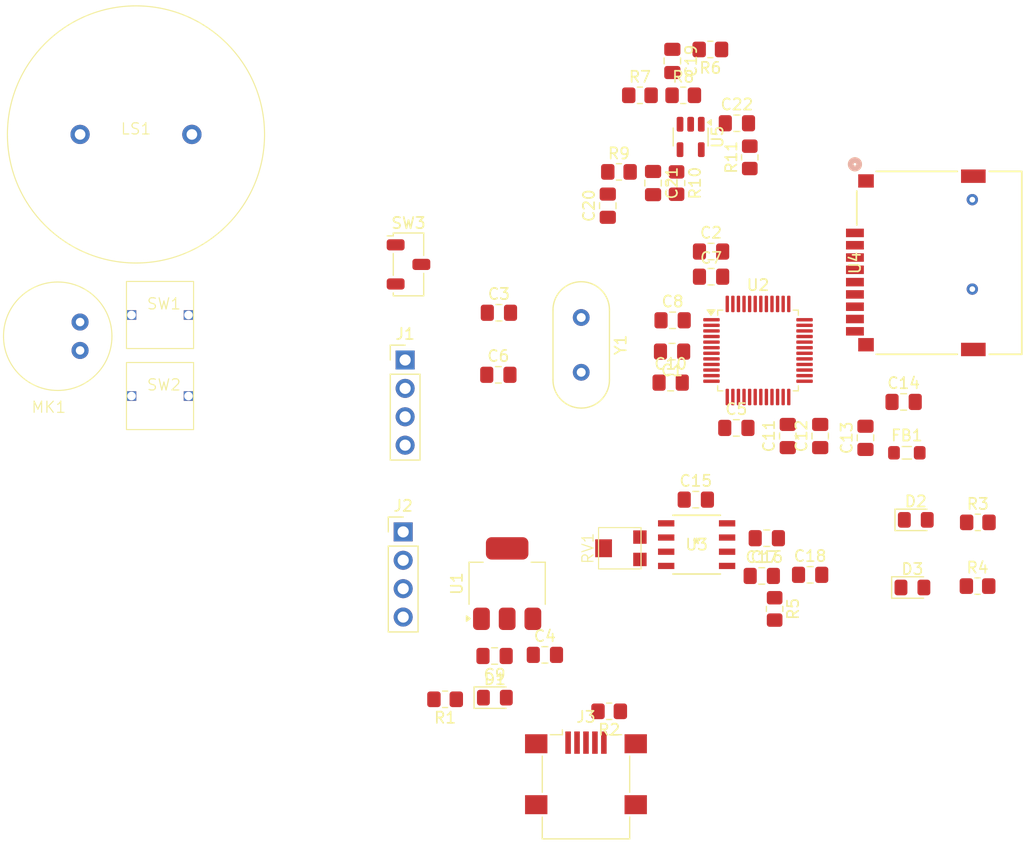
<source format=kicad_pcb>
(kicad_pcb (version 20240108) (generator "pcbnew") (generator_version "8.0")
  (layers (0 "F.Cu" signal) (31 "B.Cu" signal) (34 "B.Paste" user) (35 "F.Paste" user) (36 "B.SilkS" user "B.Silkscreen") (37 "F.SilkS" user "F.Silkscreen") (38 "B.Mask" user) (39 "F.Mask" user) (44 "Edge.Cuts" user))
  (net 0 "")
  (net 1 "/NRST")
  (net 2 "GND")
  (net 3 "3V3")
  (net 4 "HSE_IN")
  (net 5 "VBUS")
  (net 6 "HSE_OUT")
  (net 7 "3VA3")
  (net 8 "Net-(C15-Pad1)")
  (net 9 "Net-(C15-Pad2)")
  (net 10 "Net-(U3-BYPASS)")
  (net 11 "Net-(C17-Pad1)")
  (net 12 "Net-(C17-Pad2)")
  (net 13 "Net-(C18-Pad2)")
  (net 14 "Net-(U5-+)")
  (net 15 "Net-(MK1-+)")
  (net 16 "Net-(C20-Pad2)")
  (net 17 "Net-(C21-Pad2)")
  (net 18 "Net-(U5--)")
  (net 19 "ADC1_IN1")
  (net 20 "Net-(D1-K)")
  (net 21 "Net-(D2-K)")
  (net 22 "Net-(D2-A)")
  (net 23 "Net-(D3-A)")
  (net 24 "Net-(D3-K)")
  (net 25 "USART_RX")
  (net 26 "USART_TX")
  (net 27 "SWCLK")
  (net 28 "SWDIO")
  (net 34 "USB+")
  (net 35 "USB-")
  (net 36 "BOOT0")
  (net 47 "SPI1_NSS")
  (net 48 "SPI1_SCK")
  (net 53 "SPI1_MISO")
  (net 54 "PUSH_REPLAY")
  (net 61 "DAC1_OUT1")
  (net 62 "SPI1_MOSI")
  (net 65 "PUSH_REC")
  (net 66 "Net-(U3-+)")
  (footprint "Resistor_SMD:R_0805_2012Metric_Pad1.20x1.40mm_HandSolder" (layer "F.Cu") (at 106.625 53.85)
    (property "Reference" "R7" (at 0 -1.65 0) (layer "F.SilkS"))
    (property "Value" "200k")
    (fp_line (start -0.227064 -0.735) (end 0.227064 -0.735) (stroke (width 0.12)) (layer "F.SilkS"))
    (fp_line (start -0.227064 0.735) (end 0.227064 0.735) (stroke (width 0.12)) (layer "F.SilkS"))
    (pad "1" smd roundrect (at -1 0) (size 1.2 1.4) (layers "F.Cu" "F.Paste" "F.Mask") (roundrect_rratio 0.208333) (net 3 "3V3"))
    (pad "2" smd roundrect (at 1 0) (size 1.2 1.4) (layers "F.Cu" "F.Paste" "F.Mask") (roundrect_rratio 0.208333) (net 14 "Net-(U5-+)"))
  )
  (footprint "Capacitor_SMD:C_0805_2012Metric_Pad1.18x1.45mm_HandSolder" (layer "F.Cu") (at 109.55 73.975)
    (property "Reference" "C8" (at 0 -1.68 0) (layer "F.SilkS"))
    (property "Value" "100n")
    (fp_line (start -0.261252 -0.735) (end 0.261252 -0.735) (stroke (width 0.12)) (layer "F.SilkS"))
    (fp_line (start -0.261252 0.735) (end 0.261252 0.735) (stroke (width 0.12)) (layer "F.SilkS"))
    (pad "1" smd roundrect (at -1.0375 0) (size 1.175 1.45) (layers "F.Cu" "F.Paste" "F.Mask") (roundrect_rratio 0.212766) (net 3 "3V3"))
    (pad "2" smd roundrect (at 1.0375 0) (size 1.175 1.45) (layers "F.Cu" "F.Paste" "F.Mask") (roundrect_rratio 0.212766) (net 2 "GND"))
  )
  (footprint "ADL5370ACPZ:M08A_TEX" (layer "F.Cu") (at 111.69915 94.04)
    (property "Reference" "U3" (at 0 0 0) (layer "F.SilkS"))
    (property "Value" "LM386")
    (fp_line (start -2.1209 2.6289) (end 2.1209 2.6289) (stroke (width 0.1524)) (layer "F.SilkS"))
    (fp_line (start 2.1209 -2.6289) (end -2.1209 -2.6289) (stroke (width 0.1524)) (layer "F.SilkS"))
    (fp_text user "*" (at 0 0 0) (layer "F.SilkS"))
    (fp_text user "*" (at 0 0 0) (layer "F.SilkS"))
    (pad "1" smd rect (at -2.72415 -1.905) (size 1.4605 0.5588) (layers "F.Cu" "F.Paste" "F.Mask") (net 8 "Net-(C15-Pad1)"))
    (pad "2" smd rect (at -2.72415 -0.635) (size 1.4605 0.5588) (layers "F.Cu" "F.Paste" "F.Mask") (net 2 "GND"))
    (pad "3" smd rect (at -2.72415 0.635) (size 1.4605 0.5588) (layers "F.Cu" "F.Paste" "F.Mask") (net 66 "Net-(U3-+)"))
    (pad "4" smd rect (at -2.72415 1.905) (size 1.4605 0.5588) (layers "F.Cu" "F.Paste" "F.Mask") (net 2 "GND"))
    (pad "5" smd rect (at 2.72415 1.905) (size 1.4605 0.5588) (layers "F.Cu" "F.Paste" "F.Mask") (net 11 "Net-(C17-Pad1)"))
    (pad "6" smd rect (at 2.72415 0.635) (size 1.4605 0.5588) (layers "F.Cu" "F.Paste" "F.Mask") (net 5 "VBUS"))
    (pad "7" smd rect (at 2.72415 -0.635) (size 1.4605 0.5588) (layers "F.Cu" "F.Paste" "F.Mask") (net 10 "Net-(U3-BYPASS)"))
    (pad "8" smd rect (at 2.72415 -1.905) (size 1.4605 0.5588) (layers "F.Cu" "F.Paste" "F.Mask") (net 9 "Net-(C15-Pad2)"))
  )
  (footprint "LED_SMD:LED_0805_2012Metric_Pad1.15x1.40mm_HandSolder" (layer "F.Cu") (at 93.65 107.725)
    (property "Reference" "D1" (at 0 -1.65 0) (layer "F.SilkS"))
    (property "Value" "LED")
    (fp_line (start -1.86 -0.96) (end -1.86 0.96) (stroke (width 0.12)) (layer "F.SilkS"))
    (fp_line (start -1.86 0.96) (end 1 0.96) (stroke (width 0.12)) (layer "F.SilkS"))
    (fp_line (start 1 -0.96) (end -1.86 -0.96) (stroke (width 0.12)) (layer "F.SilkS"))
    (pad "1" smd roundrect (at -1.025 0) (size 1.15 1.4) (layers "F.Cu" "F.Paste" "F.Mask") (roundrect_rratio 0.217391) (net 20 "Net-(D1-K)"))
    (pad "2" smd roundrect (at 1.025 0) (size 1.15 1.4) (layers "F.Cu" "F.Paste" "F.Mask") (roundrect_rratio 0.217391) (net 3 "3V3"))
  )
  (footprint "Capacitor_SMD:C_0805_2012Metric_Pad1.18x1.45mm_HandSolder" (layer "F.Cu") (at 112.9875 67.825)
    (property "Reference" "C2" (at 0 -1.68 0) (layer "F.SilkS"))
    (property "Value" "10u")
    (fp_line (start -0.261252 -0.735) (end 0.261252 -0.735) (stroke (width 0.12)) (layer "F.SilkS"))
    (fp_line (start -0.261252 0.735) (end 0.261252 0.735) (stroke (width 0.12)) (layer "F.SilkS"))
    (pad "1" smd roundrect (at -1.0375 0) (size 1.175 1.45) (layers "F.Cu" "F.Paste" "F.Mask") (roundrect_rratio 0.212766) (net 3 "3V3"))
    (pad "2" smd roundrect (at 1.0375 0) (size 1.175 1.45) (layers "F.Cu" "F.Paste" "F.Mask") (roundrect_rratio 0.212766) (net 2 "GND"))
  )
  (footprint "Crystal:Crystal_HC18-U_Vertical" (layer "F.Cu") (at 101.375 73.725 -90)
    (property "Reference" "Y1" (at 2.45 -3.525 90) (layer "F.SilkS"))
    (property "Value" "Crystal")
    (fp_line (start -0.675 2.525) (end 5.575 2.525) (stroke (width 0.12)) (layer "F.SilkS"))
    (fp_line (start -0.675 -2.525) (end 5.575 -2.525) (stroke (width 0.12)) (layer "F.SilkS"))
    (fp_arc (start -0.675 2.525) (mid -3.2 0) (end -0.675 -2.525) (stroke (width 0.12)) (layer "F.SilkS"))
    (fp_arc (start 5.575 -2.525) (mid 8.1 0) (end 5.575 2.525) (stroke (width 0.12)) (layer "F.SilkS"))
    (pad "1" thru_hole circle (at 0 0 270) (size 1.5 1.5) (drill 0.8) (layers "*.Cu" "*.Mask") (net 4 "HSE_IN"))
    (pad "2" thru_hole circle (at 4.9 0 270) (size 1.5 1.5) (drill 0.8) (layers "*.Cu" "*.Mask") (net 6 "HSE_OUT"))
  )
  (footprint "Resistor_SMD:R_0805_2012Metric_Pad1.20x1.40mm_HandSolder" (layer "F.Cu") (at 112.925 49.75 180)
    (property "Reference" "R6" (at 0 -1.65 0) (layer "F.SilkS"))
    (property "Value" "5.9k")
    (fp_line (start -0.227064 0.735) (end 0.227064 0.735) (stroke (width 0.12)) (layer "F.SilkS"))
    (fp_line (start -0.227064 -0.735) (end 0.227064 -0.735) (stroke (width 0.12)) (layer "F.SilkS"))
    (pad "1" smd roundrect (at -1 0 180) (size 1.2 1.4) (layers "F.Cu" "F.Paste" "F.Mask") (roundrect_rratio 0.208333) (net 3 "3V3"))
    (pad "2" smd roundrect (at 1 0 180) (size 1.2 1.4) (layers "F.Cu" "F.Paste" "F.Mask") (roundrect_rratio 0.208333) (net 15 "Net-(MK1-+)"))
  )
  (footprint "Capacitor_SMD:C_0805_2012Metric_Pad1.18x1.45mm_HandSolder" (layer "F.Cu") (at 122.75 84.325 90)
    (property "Reference" "C12" (at 0 -1.68 90) (layer "F.SilkS"))
    (property "Value" "0.1u")
    (fp_line (start -0.261252 -0.735) (end 0.261252 -0.735) (stroke (width 0.12)) (layer "F.SilkS"))
    (fp_line (start -0.261252 0.735) (end 0.261252 0.735) (stroke (width 0.12)) (layer "F.SilkS"))
    (pad "1" smd roundrect (at -1.0375 0 90) (size 1.175 1.45) (layers "F.Cu" "F.Paste" "F.Mask") (roundrect_rratio 0.212766) (net 7 "3VA3"))
    (pad "2" smd roundrect (at 1.0375 0 90) (size 1.175 1.45) (layers "F.Cu" "F.Paste" "F.Mask") (roundrect_rratio 0.212766) (net 2 "GND"))
  )
  (footprint "my_custom_stuff:microphone" (layer "F.Cu") (at 54.55 75.4)
    (property "Reference" "MK1" (at -0.8 6.35 0) (layer "F.SilkS") (effects (font (thickness 0.1))))
    (property "Value" "Microphone")
    (fp_circle (center 0 0) (end 4.85 0) (stroke (width 0.1)) (fill none) (layer "F.SilkS"))
    (pad "1" thru_hole circle (at 2 -1.27) (size 1.524 1.524) (drill 0.762) (layers "*.Cu" "*.Mask") (net 2 "GND"))
    (pad "2" thru_hole circle (at 2 1.27) (size 1.524 1.524) (drill 0.762) (layers "*.Cu" "*.Mask") (net 15 "Net-(MK1-+)"))
  )
  (footprint "Capacitor_SMD:C_0805_2012Metric_Pad1.18x1.45mm_HandSolder" (layer "F.Cu") (at 107.8 61.7 -90)
    (property "Reference" "C21" (at 0 -1.68 90) (layer "F.SilkS"))
    (property "Value" "120p")
    (fp_line (start -0.261252 0.735) (end 0.261252 0.735) (stroke (width 0.12)) (layer "F.SilkS"))
    (fp_line (start -0.261252 -0.735) (end 0.261252 -0.735) (stroke (width 0.12)) (layer "F.SilkS"))
    (pad "1" smd roundrect (at -1.0375 0 270) (size 1.175 1.45) (layers "F.Cu" "F.Paste" "F.Mask") (roundrect_rratio 0.212766) (net 18 "Net-(U5--)"))
    (pad "2" smd roundrect (at 1.0375 0 270) (size 1.175 1.45) (layers "F.Cu" "F.Paste" "F.Mask") (roundrect_rratio 0.212766) (net 17 "Net-(C21-Pad2)"))
  )
  (footprint "Package_TO_SOT_SMD:SOT-223-3_TabPin2" (layer "F.Cu") (at 94.75 97.525 90)
    (property "Reference" "U1" (at 0 -4.5 90) (layer "F.SilkS"))
    (property "Value" "LD1117S33TR_SOT223")
    (fp_line (start 1.91 -3.41) (end 1.91 -2.15) (stroke (width 0.12)) (layer "F.SilkS"))
    (fp_line (start -1.85 -3.41) (end 1.91 -3.41) (stroke (width 0.12)) (layer "F.SilkS"))
    (fp_line (start 1.91 3.41) (end 1.91 2.15) (stroke (width 0.12)) (layer "F.SilkS"))
    (fp_line (start -1.85 3.41) (end 1.91 3.41) (stroke (width 0.12)) (layer "F.SilkS"))
    (fp_poly (pts (xy -3.13 -3.31) (xy -3.37 -3.64) (xy -2.89 -3.64) (xy -3.13 -3.31)) (stroke (width 0.12)) (fill solid) (layer "F.SilkS"))
    (pad "1" smd roundrect (at -3.15 -2.3 90) (size 2 1.5) (layers "F.Cu" "F.Paste" "F.Mask") (net 2 "GND"))
    (pad "2" smd roundrect (at -3.15 0 90) (size 2 1.5) (layers "F.Cu" "F.Paste" "F.Mask") (net 3 "3V3"))
    (pad "2" smd roundrect (at 3.15 0 90) (size 2 3.8) (layers "F.Cu" "F.Paste" "F.Mask") (net 3 "3V3"))
    (pad "3" smd roundrect (at -3.15 2.3 90) (size 2 1.5) (layers "F.Cu" "F.Paste" "F.Mask") (net 5 "VBUS"))
  )
  (footprint "LED_SMD:LED_0805_2012Metric_Pad1.15x1.40mm_HandSolder" (layer "F.Cu") (at 131 97.875)
    (property "Reference" "D3" (at 0 -1.65 0) (layer "F.SilkS"))
    (property "Value" "LED")
    (fp_line (start -1.86 -0.96) (end -1.86 0.96) (stroke (width 0.12)) (layer "F.SilkS"))
    (fp_line (start -1.86 0.96) (end 1 0.96) (stroke (width 0.12)) (layer "F.SilkS"))
    (fp_line (start 1 -0.96) (end -1.86 -0.96) (stroke (width 0.12)) (layer "F.SilkS"))
    (pad "1" smd roundrect (at -1.025 0) (size 1.15 1.4) (layers "F.Cu" "F.Paste" "F.Mask") (roundrect_rratio 0.217391) (net 24 "Net-(D3-K)"))
    (pad "2" smd roundrect (at 1.025 0) (size 1.15 1.4) (layers "F.Cu" "F.Paste" "F.Mask") (roundrect_rratio 0.217391) (net 23 "Net-(D3-A)"))
  )
  (footprint "112J_TDAR_R01:112J-TDAR-R01_ATT" (layer "F.Cu") (at 125.85715 66.159417 90)
    (property "Reference" "U4" (at -2.674884 0 90) (layer "F.SilkS"))
    (property "Value" "112J-TDAR-R01")
    (fp_circle (center 6.138916 0) (end 6.519916 0) (stroke (width 0.508)) (fill none) (layer "B.SilkS"))
    (fp_line (start 3.745668 0.1651) (end 0.713743 0.1651) (stroke (width 0.1524)) (layer "F.SilkS"))
    (fp_line (start -10.853684 1.900569) (end -10.853684 9.157935) (stroke (width 0.1524)) (layer "F.SilkS"))
    (fp_line (start 5.503916 9.157935) (end 5.503916 1.900569) (stroke (width 0.1524)) (layer "F.SilkS"))
    (fp_line (start -10.853684 12.023415) (end -10.853684 14.9225) (stroke (width 0.1524)) (layer "F.SilkS"))
    (fp_line (start 5.503916 14.9225) (end 5.503916 12.023415) (stroke (width 0.1524)) (layer "F.SilkS"))
    (fp_line (start -10.853684 14.9225) (end 5.503916 14.9225) (stroke (width 0.1524)) (layer "F.SilkS"))
    (fp_circle (center 6.138916 0) (end 6.519916 0) (stroke (width 0.508)) (fill none) (layer "F.SilkS"))
    (pad "1" smd rect (at 0 0 90) (size 0.762 1.6002) (layers "F.Cu" "F.Paste" "F.Mask") (net 47 "SPI1_NSS"))
    (pad "2" smd rect (at -1.099998 0 90) (size 0.762 1.6002) (layers "F.Cu" "F.Paste" "F.Mask") (net 53 "SPI1_MISO"))
    (pad "3" smd rect (at -2.199998 0 90) (size 0.762 1.6002) (layers "F.Cu" "F.Paste" "F.Mask") (net 2 "GND"))
    (pad "4" smd rect (at -3.299999 0 90) (size 0.762 1.6002) (layers "F.Cu" "F.Paste" "F.Mask") (net 3 "3V3"))
    (pad "5" smd rect (at -4.399999 0 90) (size 0.762 1.6002) (layers "F.Cu" "F.Paste" "F.Mask") (net 48 "SPI1_SCK"))
    (pad "6" smd rect (at -5.499999 0 90) (size 0.762 1.6002) (layers "F.Cu" "F.Paste" "F.Mask"))
    (pad "7" smd rect (at -6.6 0 90) (size 0.762 1.6002) (layers "F.Cu" "F.Paste" "F.Mask") (net 62 "SPI1_MOSI"))
    (pad "8" smd rect (at -7.7 0 90) (size 0.762 1.6002) (layers "F.Cu" "F.Paste" "F.Mask"))
    (pad "9" smd rect (at -8.8 0 90) (size 0.762 1.6002) (layers "F.Cu" "F.Paste" "F.Mask"))
    (pad "10" thru_hole circle (at -5.02488 10.499999 90) (size 1.016 1.016) (drill 0.508) (layers "*.Cu" "*.Mask"))
    (pad "11" thru_hole circle (at 2.97512 10.499999 90) (size 1.016 1.016) (drill 0.508) (layers "*.Cu" "*.Mask"))
    (pad "12" smd rect (at -9.999886 0.9906 90) (size 1.1938 1.397) (layers "F.Cu" "F.Paste" "F.Mask"))
    (pad "13" smd rect (at 4.650118 0.9906 90) (size 1.1938 1.397) (layers "F.Cu" "F.Paste" "F.Mask"))
    (pad "14" smd rect (at -10.424884 10.590675 90) (size 1.2 2.2) (layers "F.Cu" "F.Paste" "F.Mask"))
    (pad "15" smd rect (at 5.075116 10.590675 90) (size 1.2 2.2) (layers "F.Cu" "F.Paste" "F.Mask"))
  )
  (footprint "LED_SMD:LED_0805_2012Metric_Pad1.15x1.40mm_HandSolder" (layer "F.Cu") (at 131.3 91.825)
    (property "Reference" "D2" (at 0 -1.65 0) (layer "F.SilkS"))
    (property "Value" "LED")
    (fp_line (start -1.86 -0.96) (end -1.86 0.96) (stroke (width 0.12)) (layer "F.SilkS"))
    (fp_line (start -1.86 0.96) (end 1 0.96) (stroke (width 0.12)) (layer "F.SilkS"))
    (fp_line (start 1 -0.96) (end -1.86 -0.96) (stroke (width 0.12)) (layer "F.SilkS"))
    (pad "1" smd roundrect (at -1.025 0) (size 1.15 1.4) (layers "F.Cu" "F.Paste" "F.Mask") (roundrect_rratio 0.217391) (net 21 "Net-(D2-K)"))
    (pad "2" smd roundrect (at 1.025 0) (size 1.15 1.4) (layers "F.Cu" "F.Paste" "F.Mask") (roundrect_rratio 0.217391) (net 22 "Net-(D2-A)"))
  )
  (footprint "Capacitor_SMD:C_0805_2012Metric_Pad1.18x1.45mm_HandSolder" (layer "F.Cu") (at 130.2125 81.275)
    (property "Reference" "C14" (at 0 -1.68 0) (layer "F.SilkS"))
    (property "Value" "0.1u")
    (fp_line (start -0.261252 -0.735) (end 0.261252 -0.735) (stroke (width 0.12)) (layer "F.SilkS"))
    (fp_line (start -0.261252 0.735) (end 0.261252 0.735) (stroke (width 0.12)) (layer "F.SilkS"))
    (pad "1" smd roundrect (at -1.0375 0) (size 1.175 1.45) (layers "F.Cu" "F.Paste" "F.Mask") (roundrect_rratio 0.212766) (net 3 "3V3"))
    (pad "2" smd roundrect (at 1.0375 0) (size 1.175 1.45) (layers "F.Cu" "F.Paste" "F.Mask") (roundrect_rratio 0.212766) (net 2 "GND"))
  )
  (footprint "my_custom_stuff:speaker" (layer "F.Cu") (at 61.55 57.35)
    (property "Reference" "LS1" (at 0 -0.5 0) (layer "F.SilkS") (effects (font (thickness 0.1))))
    (property "Value" "Speaker")
    (fp_circle (center 0 0) (end 11.5 0) (stroke (width 0.1)) (fill none) (layer "F.SilkS"))
    (pad "1" thru_hole circle (at 5 0) (size 1.73 1.73) (drill 0.95) (layers "*.Cu" "*.Mask") (net 13 "Net-(C18-Pad2)"))
    (pad "2" thru_hole circle (at -5 0) (size 1.72 1.72) (drill 0.95) (layers "*.Cu" "*.Mask") (net 2 "GND"))
  )
  (footprint "Resistor_SMD:R_0805_2012Metric_Pad1.20x1.40mm_HandSolder" (layer "F.Cu") (at 104.75 60.7)
    (property "Reference" "R9" (at 0 -1.65 0) (layer "F.SilkS"))
    (property "Value" "787")
    (fp_line (start -0.227064 -0.735) (end 0.227064 -0.735) (stroke (width 0.12)) (layer "F.SilkS"))
    (fp_line (start -0.227064 0.735) (end 0.227064 0.735) (stroke (width 0.12)) (layer "F.SilkS"))
    (pad "1" smd roundrect (at -1 0) (size 1.2 1.4) (layers "F.Cu" "F.Paste" "F.Mask") (roundrect_rratio 0.208333) (net 16 "Net-(C20-Pad2)"))
    (pad "2" smd roundrect (at 1 0) (size 1.2 1.4) (layers "F.Cu" "F.Paste" "F.Mask") (roundrect_rratio 0.208333) (net 18 "Net-(U5--)"))
  )
  (footprint "Resistor_SMD:R_0805_2012Metric_Pad1.20x1.40mm_HandSolder" (layer "F.Cu") (at 89.2 107.875 180)
    (property "Reference" "R1" (at 0 -1.65 0) (layer "F.SilkS"))
    (property "Value" "1.5k")
    (fp_line (start -0.227064 0.735) (end 0.227064 0.735) (stroke (width 0.12)) (layer "F.SilkS"))
    (fp_line (start -0.227064 -0.735) (end 0.227064 -0.735) (stroke (width 0.12)) (layer "F.SilkS"))
    (pad "1" smd roundrect (at -1 0 180) (size 1.2 1.4) (layers "F.Cu" "F.Paste" "F.Mask") (roundrect_rratio 0.208333) (net 20 "Net-(D1-K)"))
    (pad "2" smd roundrect (at 1 0 180) (size 1.2 1.4) (layers "F.Cu" "F.Paste" "F.Mask") (roundrect_rratio 0.208333) (net 2 "GND"))
  )
  (footprint "my_custom_stuff:button" (layer "F.Cu") (at 63.7 80.75)
    (property "Reference" "SW2" (at 0.35 -1 0) (layer "F.SilkS") (effects (font (thickness 0.1))))
    (property "Value" "replay")
    (fp_rect (start -3 -3) (end 3 3) (stroke (width 0.1)) (fill none) (layer "F.SilkS"))
    (pad "1" thru_hole rect (at -2.55 0) (size 0.85 0.85) (drill 0.762) (layers "*.Cu" "*.Mask") (net 54 "PUSH_REPLAY"))
    (pad "2" thru_hole rect (at 2.55 0) (size 0.85 0.85) (drill 0.762) (layers "*.Cu" "*.Mask") (net 23 "Net-(D3-A)"))
  )
  (footprint "my_custom_stuff:potencjometr" (layer "F.Cu") (at 104.82415 94.365 90)
    (property "Reference" "RV1" (at 0 -2.85 90) (layer "F.SilkS") (effects (font (thickness 0.1))))
    (property "Value" "10k")
    (fp_rect (start -1.85 -1.9) (end 1.85 1.9) (stroke (width 0.1)) (fill none) (layer "F.SilkS"))
    (pad "1" smd trapezoid (at 0 -1.45 90) (size 1.6 1.5) (layers "F.Cu" "F.Paste" "F.Mask") (net 61 "DAC1_OUT1"))
    (pad "2" smd rect (at -1 1.8 90) (size 1.2 1.2) (layers "F.Cu" "F.Paste" "F.Mask") (net 66 "Net-(U3-+)"))
    (pad "3" smd trapezoid (at 1 1.8 90) (size 1.2 1.2) (layers "F.Cu" "F.Paste" "F.Mask") (net 2 "GND"))
  )
  (footprint "Capacitor_SMD:C_0805_2012Metric_Pad1.18x1.45mm_HandSolder" (layer "F.Cu") (at 98.125 103.9)
    (property "Reference" "C4" (at 0 -1.68 0) (layer "F.SilkS"))
    (property "Value" "100n")
    (fp_line (start -0.261252 -0.735) (end 0.261252 -0.735) (stroke (width 0.12)) (layer "F.SilkS"))
    (fp_line (start -0.261252 0.735) (end 0.261252 0.735) (stroke (width 0.12)) (layer "F.SilkS"))
    (pad "1" smd roundrect (at -1.0375 0) (size 1.175 1.45) (layers "F.Cu" "F.Paste" "F.Mask") (roundrect_rratio 0.212766) (net 5 "VBUS"))
    (pad "2" smd roundrect (at 1.0375 0) (size 1.175 1.45) (layers "F.Cu" "F.Paste" "F.Mask") (roundrect_rratio 0.212766) (net 2 "GND"))
  )
  (footprint "Capacitor_SMD:C_0805_2012Metric_Pad1.18x1.45mm_HandSolder" (layer "F.Cu") (at 115.25 83.6)
    (property "Reference" "C5" (at 0 -1.68 0) (layer "F.SilkS"))
    (property "Value" "100n")
    (fp_line (start -0.261252 -0.735) (end 0.261252 -0.735) (stroke (width 0.12)) (layer "F.SilkS"))
    (fp_line (start -0.261252 0.735) (end 0.261252 0.735) (stroke (width 0.12)) (layer "F.SilkS"))
    (pad "1" smd roundrect (at -1.0375 0) (size 1.175 1.45) (layers "F.Cu" "F.Paste" "F.Mask") (roundrect_rratio 0.212766) (net 3 "3V3"))
    (pad "2" smd roundrect (at 1.0375 0) (size 1.175 1.45) (layers "F.Cu" "F.Paste" "F.Mask") (roundrect_rratio 0.212766) (net 2 "GND"))
  )
  (footprint "Package_TO_SOT_SMD:SOT-23-5" (layer "F.Cu") (at 111.1625 57.575 -90)
    (property "Reference" "U5" (at 0 -2.4 90) (layer "F.SilkS"))
    (property "Value" "TLV9061xDBV")
    (fp_line (start 0 1.56) (end -0.8 1.56) (stroke (width 0.12)) (layer "F.SilkS"))
    (fp_line (start 0 1.56) (end 0.8 1.56) (stroke (width 0.12)) (layer "F.SilkS"))
    (fp_line (start 0 -1.56) (end -0.8 -1.56) (stroke (width 0.12)) (layer "F.SilkS"))
    (fp_line (start 0 -1.56) (end 0.8 -1.56) (stroke (width 0.12)) (layer "F.SilkS"))
    (fp_poly (pts (xy -1.3 -1.51) (xy -1.54 -1.84) (xy -1.06 -1.84) (xy -1.3 -1.51)) (stroke (width 0.12)) (fill solid) (layer "F.SilkS"))
    (pad "1" smd roundrect (at -1.1375 -0.95 270) (size 1.325 0.6) (layers "F.Cu" "F.Paste" "F.Mask") (net 17 "Net-(C21-Pad2)"))
    (pad "2" smd roundrect (at -1.1375 0 270) (size 1.325 0.6) (layers "F.Cu" "F.Paste" "F.Mask") (net 2 "GND"))
    (pad "3" smd roundrect (at -1.1375 0.95 270) (size 1.325 0.6) (layers "F.Cu" "F.Paste" "F.Mask") (net 14 "Net-(U5-+)"))
    (pad "4" smd roundrect (at 1.1375 0.95 270) (size 1.325 0.6) (layers "F.Cu" "F.Paste" "F.Mask") (net 18 "Net-(U5--)"))
    (pad "5" smd roundrect (at 1.1375 -0.95 270) (size 1.325 0.6) (layers "F.Cu" "F.Paste" "F.Mask") (net 3 "3V3"))
  )
  (footprint "Button_Switch_SMD:Nidec_Copal_CAS-120A" (layer "F.Cu") (at 85.925 68.975)
    (property "Reference" "SW3" (at 0 -3.7 0) (layer "F.SilkS"))
    (property "Value" "SW_Nidec_CAS-120A1")
    (fp_line (start -1.36 -2.81) (end 1.36 -2.81) (stroke (width 0.12)) (layer "F.SilkS"))
    (fp_line (start -1.36 -2.55) (end -1.9 -2.55) (stroke (width 0.12)) (layer "F.SilkS"))
    (fp_line (start -1.36 -2.55) (end -1.36 -2.8) (stroke (width 0.12)) (layer "F.SilkS"))
    (fp_line (start -1.36 -0.98) (end -1.36 0.98) (stroke (width 0.12)) (layer "F.SilkS"))
    (fp_line (start -1.36 2.81) (end -1.36 2.55) (stroke (width 0.12)) (layer "F.SilkS"))
    (fp_line (start 1.35 2.81) (end -1.35 2.81) (stroke (width 0.12)) (layer "F.SilkS"))
    (fp_line (start 1.36 -2.81) (end 1.36 -0.8) (stroke (width 0.12)) (layer "F.SilkS"))
    (fp_line (start 1.36 0.8) (end 1.36 2.81) (stroke (width 0.12)) (layer "F.SilkS"))
    (pad "1" smd roundrect (at -1.15 -1.75 270) (size 1 1.6) (layers "F.Cu" "F.Paste" "F.Mask") (net 2 "GND"))
    (pad "2" smd roundrect (at 1.15 0 270) (size 1 1.6) (layers "F.Cu" "F.Paste" "F.Mask") (net 36 "BOOT0"))
    (pad "3" smd roundrect (at -1.15 1.75 270) (size 1 1.6) (layers "F.Cu" "F.Paste" "F.Mask") (net 3 "3V3"))
  )
  (footprint "Capacitor_SMD:C_0805_2012Metric_Pad1.18x1.45mm_HandSolder" (layer "F.Cu") (at 112.9875 70.075)
    (property "Reference" "C7" (at 0 -1.68 0) (layer "F.SilkS"))
    (property "Value" "100n")
    (fp_line (start -0.261252 -0.735) (end 0.261252 -0.735) (stroke (width 0.12)) (layer "F.SilkS"))
    (fp_line (start -0.261252 0.735) (end 0.261252 0.735) (stroke (width 0.12)) (layer "F.SilkS"))
    (pad "1" smd roundrect (at -1.0375 0) (size 1.175 1.45) (layers "F.Cu" "F.Paste" "F.Mask") (roundrect_rratio 0.212766) (net 3 "3V3"))
    (pad "2" smd roundrect (at 1.0375 0) (size 1.175 1.45) (layers "F.Cu" "F.Paste" "F.Mask") (roundrect_rratio 0.212766) (net 2 "GND"))
  )
  (footprint "Capacitor_SMD:C_0805_2012Metric_Pad1.18x1.45mm_HandSolder" (layer "F.Cu") (at 117.97415 93.465 180)
    (property "Reference" "C16" (at 0 -1.68 0) (layer "F.SilkS"))
    (property "Value" "100p")
    (fp_line (start -0.261252 0.735) (end 0.261252 0.735) (stroke (width 0.12)) (layer "F.SilkS"))
    (fp_line (start -0.261252 -0.735) (end 0.261252 -0.735) (stroke (width 0.12)) (layer "F.SilkS"))
    (pad "1" smd roundrect (at -1.0375 0 180) (size 1.175 1.45) (layers "F.Cu" "F.Paste" "F.Mask") (roundrect_rratio 0.212766) (net 2 "GND"))
    (pad "2" smd roundrect (at 1.0375 0 180) (size 1.175 1.45) (layers "F.Cu" "F.Paste" "F.Mask") (roundrect_rratio 0.212766) (net 10 "Net-(U3-BYPASS)"))
  )
  (footprint "Resistor_SMD:R_0805_2012Metric_Pad1.20x1.40mm_HandSolder" (layer "F.Cu") (at 118.67415 99.79 -90)
    (property "Reference" "R5" (at 0 -1.65 90) (layer "F.SilkS"))
    (property "Value" "10")
    (fp_line (start -0.227064 0.735) (end 0.227064 0.735) (stroke (width 0.12)) (layer "F.SilkS"))
    (fp_line (start -0.227064 -0.735) (end 0.227064 -0.735) (stroke (width 0.12)) (layer "F.SilkS"))
    (pad "1" smd roundrect (at -1 0 270) (size 1.2 1.4) (layers "F.Cu" "F.Paste" "F.Mask") (roundrect_rratio 0.208333) (net 12 "Net-(C17-Pad2)"))
    (pad "2" smd roundrect (at 1 0 270) (size 1.2 1.4) (layers "F.Cu" "F.Paste" "F.Mask") (roundrect_rratio 0.208333) (net 2 "GND"))
  )
  (footprint "Connector_PinHeader_2.54mm:PinHeader_1x04_P2.54mm_Vertical" (layer "F.Cu") (at 85.625 77.525)
    (property "Reference" "J1" (at 0 -2.33 0) (layer "F.SilkS"))
    (property "Value" "USART")
    (fp_line (start -1.33 -1.33) (end 0 -1.33) (stroke (width 0.12)) (layer "F.SilkS"))
    (fp_line (start -1.33 0) (end -1.33 -1.33) (stroke (width 0.12)) (layer "F.SilkS"))
    (fp_line (start -1.33 1.27) (end -1.33 8.95) (stroke (width 0.12)) (layer "F.SilkS"))
    (fp_line (start -1.33 1.27) (end 1.33 1.27) (stroke (width 0.12)) (layer "F.SilkS"))
    (fp_line (start -1.33 8.95) (end 1.33 8.95) (stroke (width 0.12)) (layer "F.SilkS"))
    (fp_line (start 1.33 1.27) (end 1.33 8.95) (stroke (width 0.12)) (layer "F.SilkS"))
    (pad "1" thru_hole rect (at 0 0) (size 1.7 1.7) (drill 1) (layers "*.Cu" "*.Mask") (net 3 "3V3"))
    (pad "2" thru_hole oval (at 0 2.54) (size 1.7 1.7) (drill 1) (layers "*.Cu" "*.Mask") (net 26 "USART_TX"))
    (pad "3" thru_hole oval (at 0 5.08) (size 1.7 1.7) (drill 1) (layers "*.Cu" "*.Mask") (net 25 "USART_RX"))
    (pad "4" thru_hole oval (at 0 7.62) (size 1.7 1.7) (drill 1) (layers "*.Cu" "*.Mask") (net 2 "GND"))
  )
  (footprint "Capacitor_SMD:C_0805_2012Metric_Pad1.18x1.45mm_HandSolder" (layer "F.Cu") (at 115.3 56.35)
    (property "Reference" "C22" (at 0 -1.68 0) (layer "F.SilkS"))
    (property "Value" "3.3u")
    (fp_line (start -0.261252 -0.735) (end 0.261252 -0.735) (stroke (width 0.12)) (layer "F.SilkS"))
    (fp_line (start -0.261252 0.735) (end 0.261252 0.735) (stroke (width 0.12)) (layer "F.SilkS"))
    (pad "1" smd roundrect (at -1.0375 0) (size 1.175 1.45) (layers "F.Cu" "F.Paste" "F.Mask") (roundrect_rratio 0.212766) (net 17 "Net-(C21-Pad2)"))
    (pad "2" smd roundrect (at 1.0375 0) (size 1.175 1.45) (layers "F.Cu" "F.Paste" "F.Mask") (roundrect_rratio 0.212766) (net 19 "ADC1_IN1"))
  )
  (footprint "Capacitor_SMD:C_0805_2012Metric_Pad1.18x1.45mm_HandSolder" (layer "F.Cu") (at 109.525 50.775 -90)
    (property "Reference" "C19" (at 0 -1.68 90) (layer "F.SilkS"))
    (property "Value" "330n")
    (fp_line (start -0.261252 0.735) (end 0.261252 0.735) (stroke (width 0.12)) (layer "F.SilkS"))
    (fp_line (start -0.261252 -0.735) (end 0.261252 -0.735) (stroke (width 0.12)) (layer "F.SilkS"))
    (pad "1" smd roundrect (at -1.0375 0 270) (size 1.175 1.45) (layers "F.Cu" "F.Paste" "F.Mask") (roundrect_rratio 0.212766) (net 15 "Net-(MK1-+)"))
    (pad "2" smd roundrect (at 1.0375 0 270) (size 1.175 1.45) (layers "F.Cu" "F.Paste" "F.Mask") (roundrect_rratio 0.212766) (net 14 "Net-(U5-+)"))
  )
  (footprint "Capacitor_SMD:C_0805_2012Metric_Pad1.18x1.45mm_HandSolder" (layer "F.Cu") (at 117.52415 96.84)
    (property "Reference" "C17" (at 0 -1.68 0) (layer "F.SilkS"))
    (property "Value" "0.047u")
    (fp_line (start -0.261252 -0.735) (end 0.261252 -0.735) (stroke (width 0.12)) (layer "F.SilkS"))
    (fp_line (start -0.261252 0.735) (end 0.261252 0.735) (stroke (width 0.12)) (layer "F.SilkS"))
    (pad "1" smd roundrect (at -1.0375 0) (size 1.175 1.45) (layers "F.Cu" "F.Paste" "F.Mask") (roundrect_rratio 0.212766) (net 11 "Net-(C17-Pad1)"))
    (pad "2" smd roundrect (at 1.0375 0) (size 1.175 1.45) (layers "F.Cu" "F.Paste" "F.Mask") (roundrect_rratio 0.212766) (net 12 "Net-(C17-Pad2)"))
  )
  (footprint "Capacitor_SMD:C_0805_2012Metric_Pad1.18x1.45mm_HandSolder" (layer "F.Cu") (at 103.75 63.725 90)
    (property "Reference" "C20" (at 0 -1.68 90) (layer "F.SilkS"))
    (property "Value" "47u")
    (fp_line (start -0.261252 -0.735) (end 0.261252 -0.735) (stroke (width 0.12)) (layer "F.SilkS"))
    (fp_line (start -0.261252 0.735) (end 0.261252 0.735) (stroke (width 0.12)) (layer "F.SilkS"))
    (pad "1" smd roundrect (at -1.0375 0 90) (size 1.175 1.45) (layers "F.Cu" "F.Paste" "F.Mask") (roundrect_rratio 0.212766) (net 2 "GND"))
    (pad "2" smd roundrect (at 1.0375 0 90) (size 1.175 1.45) (layers "F.Cu" "F.Paste" "F.Mask") (roundrect_rratio 0.212766) (net 16 "Net-(C20-Pad2)"))
  )
  (footprint "Capacitor_SMD:C_0805_2012Metric_Pad1.18x1.45mm_HandSolder" (layer "F.Cu") (at 126.8 84.4875 90)
    (property "Reference" "C13" (at 0 -1.68 90) (layer "F.SilkS"))
    (property "Value" "10u")
    (fp_line (start -0.261252 -0.735) (end 0.261252 -0.735) (stroke (width 0.12)) (layer "F.SilkS"))
    (fp_line (start -0.261252 0.735) (end 0.261252 0.735) (stroke (width 0.12)) (layer "F.SilkS"))
    (pad "1" smd roundrect (at -1.0375 0 90) (size 1.175 1.45) (layers "F.Cu" "F.Paste" "F.Mask") (roundrect_rratio 0.212766) (net 7 "3VA3"))
    (pad "2" smd roundrect (at 1.0375 0 90) (size 1.175 1.45) (layers "F.Cu" "F.Paste" "F.Mask") (roundrect_rratio 0.212766) (net 2 "GND"))
  )
  (footprint "Package_QFP:LQFP-48_7x7mm_P0.5mm" (layer "F.Cu") (at 117.1875 76.675)
    (property "Reference" "U2" (at 0 -5.85 0) (layer "F.SilkS"))
    (property "Value" "STM32F373CCTx")
    (fp_line (start -3.61 -3.61) (end -3.61 -3.16) (stroke (width 0.12)) (layer "F.SilkS"))
    (fp_line (start -3.61 3.61) (end -3.61 3.16) (stroke (width 0.12)) (layer "F.SilkS"))
    (fp_line (start -3.16 -3.61) (end -3.61 -3.61) (stroke (width 0.12)) (layer "F.SilkS"))
    (fp_line (start -3.16 3.61) (end -3.61 3.61) (stroke (width 0.12)) (layer "F.SilkS"))
    (fp_line (start 3.16 -3.61) (end 3.61 -3.61) (stroke (width 0.12)) (layer "F.SilkS"))
    (fp_line (start 3.16 3.61) (end 3.61 3.61) (stroke (width 0.12)) (layer "F.SilkS"))
    (fp_line (start 3.61 -3.61) (end 3.61 -3.16) (stroke (width 0.12)) (layer "F.SilkS"))
    (fp_line (start 3.61 3.61) (end 3.61 3.16) (stroke (width 0.12)) (layer "F.SilkS"))
    (fp_poly (pts (xy -4.2 -3.16) (xy -4.54 -3.63) (xy -3.86 -3.63) (xy -4.2 -3.16)) (stroke (width 0.12)) (fill solid) (layer "F.SilkS"))
    (pad "1" smd roundrect (at -4.1625 -2.75) (size 1.475 0.3) (layers "F.Cu" "F.Paste" "F.Mask") (net 2 "GND"))
    (pad "2" smd roundrect (at -4.1625 -2.25) (size 1.475 0.3) (layers "F.Cu" "F.Paste" "F.Mask"))
    (pad "3" smd roundrect (at -4.1625 -1.75) (size 1.475 0.3) (layers "F.Cu" "F.Paste" "F.Mask"))
    (pad "4" smd roundrect (at -4.1625 -1.25) (size 1.475 0.3) (layers "F.Cu" "F.Paste" "F.Mask"))
    (pad "5" smd roundrect (at -4.1625 -0.75) (size 1.475 0.3) (layers "F.Cu" "F.Paste" "F.Mask") (net 4 "HSE_IN"))
    (pad "6" smd roundrect (at -4.1625 -0.25) (size 1.475 0.3) (layers "F.Cu" "F.Paste" "F.Mask") (net 6 "HSE_OUT"))
    (pad "7" smd roundrect (at -4.1625 0.25) (size 1.475 0.3) (layers "F.Cu" "F.Paste" "F.Mask") (net 1 "/NRST"))
    (pad "8" smd roundrect (at -4.1625 0.75) (size 1.475 0.3) (layers "F.Cu" "F.Paste" "F.Mask") (net 2 "GND"))
    (pad "9" smd roundrect (at -4.1625 1.25) (size 1.475 0.3) (layers "F.Cu" "F.Paste" "F.Mask") (net 2 "GND"))
    (pad "10" smd roundrect (at -4.1625 1.75) (size 1.475 0.3) (layers "F.Cu" "F.Paste" "F.Mask") (net 19 "ADC1_IN1"))
    (pad "11" smd roundrect (at -4.1625 2.25) (size 1.475 0.3) (layers "F.Cu" "F.Paste" "F.Mask"))
    (pad "12" smd roundrect (at -4.1625 2.75) (size 1.475 0.3) (layers "F.Cu" "F.Paste" "F.Mask"))
    (pad "13" smd roundrect (at -2.75 4.1625) (size 0.3 1.475) (layers "F.Cu" "F.Paste" "F.Mask"))
    (pad "14" smd roundrect (at -2.25 4.1625) (size 0.3 1.475) (layers "F.Cu" "F.Paste" "F.Mask") (net 61 "DAC1_OUT1"))
    (pad "15" smd roundrect (at -1.75 4.1625) (size 0.3 1.475) (layers "F.Cu" "F.Paste" "F.Mask") (net 48 "SPI1_SCK"))
    (pad "16" smd roundrect (at -1.25 4.1625) (size 0.3 1.475) (layers "F.Cu" "F.Paste" "F.Mask") (net 53 "SPI1_MISO"))
    (pad "17" smd roundrect (at -0.75 4.1625) (size 0.3 1.475) (layers "F.Cu" "F.Paste" "F.Mask") (net 2 "GND"))
    (pad "18" smd roundrect (at -0.25 4.1625) (size 0.3 1.475) (layers "F.Cu" "F.Paste" "F.Mask") (net 62 "SPI1_MOSI"))
    (pad "19" smd roundrect (at 0.25 4.1625) (size 0.3 1.475) (layers "F.Cu" "F.Paste" "F.Mask") (net 65 "PUSH_REC"))
    (pad "20" smd roundrect (at 0.75 4.1625) (size 0.3 1.475) (layers "F.Cu" "F.Paste" "F.Mask") (net 54 "PUSH_REPLAY"))
    (pad "21" smd roundrect (at 1.25 4.1625) (size 0.3 1.475) (layers "F.Cu" "F.Paste" "F.Mask"))
    (pad "22" smd roundrect (at 1.75 4.1625) (size 0.3 1.475) (layers "F.Cu" "F.Paste" "F.Mask"))
    (pad "23" smd roundrect (at 2.25 4.1625) (size 0.3 1.475) (layers "F.Cu" "F.Paste" "F.Mask") (net 2 "GND"))
    (pad "24" smd roundrect (at 2.75 4.1625) (size 0.3 1.475) (layers "F.Cu" "F.Paste" "F.Mask") (net 2 "GND"))
    (pad "25" smd roundrect (at 4.1625 2.75) (size 1.475 0.3) (layers "F.Cu" "F.Paste" "F.Mask"))
    (pad "26" smd roundrect (at 4.1625 2.25) (size 1.475 0.3) (layers "F.Cu" "F.Paste" "F.Mask"))
    (pad "27" smd roundrect (at 4.1625 1.75) (size 1.475 0.3) (layers "F.Cu" "F.Paste" "F.Mask"))
    (pad "28" smd roundrect (at 4.1625 1.25) (size 1.475 0.3) (layers "F.Cu" "F.Paste" "F.Mask"))
    (pad "29" smd roundrect (at 4.1625 0.75) (size 1.475 0.3) (layers "F.Cu" "F.Paste" "F.Mask"))
    (pad "30" smd roundrect (at 4.1625 0.25) (size 1.475 0.3) (layers "F.Cu" "F.Paste" "F.Mask") (net 26 "USART_TX"))
    (pad "31" smd roundrect (at 4.1625 -0.25) (size 1.475 0.3) (layers "F.Cu" "F.Paste" "F.Mask") (net 25 "USART_RX"))
    (pad "32" smd roundrect (at 4.1625 -0.75) (size 1.475 0.3) (layers "F.Cu" "F.Paste" "F.Mask") (net 35 "USB-"))
    (pad "33" smd roundrect (at 4.1625 -1.25) (size 1.475 0.3) (layers "F.Cu" "F.Paste" "F.Mask") (net 34 "USB+"))
    (pad "34" smd roundrect (at 4.1625 -1.75) (size 1.475 0.3) (layers "F.Cu" "F.Paste" "F.Mask") (net 28 "SWDIO"))
    (pad "35" smd roundrect (at 4.1625 -2.25) (size 1.475 0.3) (layers "F.Cu" "F.Paste" "F.Mask"))
    (pad "36" smd roundrect (at 4.1625 -2.75) (size 1.475 0.3) (layers "F.Cu" "F.Paste" "F.Mask"))
    (pad "37" smd roundrect (at 2.75 -4.1625) (size 0.3 1.475) (layers "F.Cu" "F.Paste" "F.Mask") (net 27 "SWCLK"))
    (pad "38" smd roundrect (at 2.25 -4.1625) (size 0.3 1.475) (layers "F.Cu" "F.Paste" "F.Mask") (net 47 "SPI1_NSS"))
    (pad "39" smd roundrect (at 1.75 -4.1625) (size 0.3 1.475) (layers "F.Cu" "F.Paste" "F.Mask"))
    (pad "40" smd roundrect (at 1.25 -4.1625) (size 0.3 1.475) (layers "F.Cu" "F.Paste" "F.Mask"))
    (pad "41" smd roundrect (at 0.75 -4.1625) (size 0.3 1.475) (layers "F.Cu" "F.Paste" "F.Mask"))
    (pad "42" smd roundrect (at 0.25 -4.1625) (size 0.3 1.475) (layers "F.Cu" "F.Paste" "F.Mask"))
    (pad "43" smd roundrect (at -0.25 -4.1625) (size 0.3 1.475) (layers "F.Cu" "F.Paste" "F.Mask"))
    (pad "44" smd roundrect (at -0.75 -4.1625) (size 0.3 1.475) (layers "F.Cu" "F.Paste" "F.Mask") (net 36 "BOOT0"))
    (pad "45" smd roundrect (at -1.25 -4.1625) (size 0.3 1.475) (layers "F.Cu" "F.Paste" "F.Mask"))
    (pad "46" smd roundrect (at -1.75 -4.1625) (size 0.3 1.475) (layers "F.Cu" "F.Paste" "F.Mask"))
    (pad "47" smd roundrect (at -2.25 -4.1625) (size 0.3 1.475) (layers "F.Cu" "F.Paste" "F.Mask") (net 2 "GND"))
    (pad "48" smd roundrect (at -2.75 -4.1625) (size 0.3 1.475) (layers "F.Cu" "F.Paste" "F.Mask") (net 2 "GND"))
  )
  (footprint "Capacitor_SMD:C_0805_2012Metric_Pad1.18x1.45mm_HandSolder" (layer "F.Cu") (at 94.0125 73.3)
    (property "Reference" "C3" (at 0 -1.68 0) (layer "F.SilkS"))
    (property "Value" "10p")
    (fp_line (start -0.261252 -0.735) (end 0.261252 -0.735) (stroke (width 0.12)) (layer "F.SilkS"))
    (fp_line (start -0.261252 0.735) (end 0.261252 0.735) (stroke (width 0.12)) (layer "F.SilkS"))
    (pad "1" smd roundrect (at -1.0375 0) (size 1.175 1.45) (layers "F.Cu" "F.Paste" "F.Mask") (roundrect_rratio 0.212766) (net 4 "HSE_IN"))
    (pad "2" smd roundrect (at 1.0375 0) (size 1.175 1.45) (layers "F.Cu" "F.Paste" "F.Mask") (roundrect_rratio 0.212766) (net 2 "GND"))
  )
  (footprint "Inductor_SMD:L_0805_2012Metric_Pad1.05x1.20mm_HandSolder" (layer "F.Cu") (at 130.5 85.825)
    (property "Reference" "FB1" (at 0 -1.55 0) (layer "F.SilkS"))
    (property "Value" "FerriteBead")
    (fp_line (start -0.410242 -0.56) (end 0.410242 -0.56) (stroke (width 0.12)) (layer "F.SilkS"))
    (fp_line (start -0.410242 0.56) (end 0.410242 0.56) (stroke (width 0.12)) (layer "F.SilkS"))
    (pad "1" smd roundrect (at -1.15 0) (size 1.05 1.2) (layers "F.Cu" "F.Paste" "F.Mask") (roundrect_rratio 0.238095) (net 7 "3VA3"))
    (pad "2" smd roundrect (at 1.15 0) (size 1.05 1.2) (layers "F.Cu" "F.Paste" "F.Mask") (roundrect_rratio 0.238095) (net 3 "3V3"))
  )
  (footprint "Resistor_SMD:R_0805_2012Metric_Pad1.20x1.40mm_HandSolder" (layer "F.Cu") (at 116.45 59.4 90)
    (property "Reference" "R11" (at 0 -1.65 90) (layer "F.SilkS"))
    (property "Value" "10k")
    (fp_line (start -0.227064 -0.735) (end 0.227064 -0.735) (stroke (width 0.12)) (layer "F.SilkS"))
    (fp_line (start -0.227064 0.735) (end 0.227064 0.735) (stroke (width 0.12)) (layer "F.SilkS"))
    (pad "1" smd roundrect (at -1 0 90) (size 1.2 1.4) (layers "F.Cu" "F.Paste" "F.Mask") (roundrect_rratio 0.208333) (net 2 "GND"))
    (pad "2" smd roundrect (at 1 0 90) (size 1.2 1.4) (layers "F.Cu" "F.Paste" "F.Mask") (roundrect_rratio 0.208333) (net 19 "ADC1_IN1"))
  )
  (footprint "Capacitor_SMD:C_0805_2012Metric_Pad1.18x1.45mm_HandSolder" (layer "F.Cu") (at 93.625 104 180)
    (property "Reference" "C9" (at 0 -1.68 0) (layer "F.SilkS"))
    (property "Value" "10u")
    (fp_line (start -0.261252 0.735) (end 0.261252 0.735) (stroke (width 0.12)) (layer "F.SilkS"))
    (fp_line (start -0.261252 -0.735) (end 0.261252 -0.735) (stroke (width 0.12)) (layer "F.SilkS"))
    (pad "1" smd roundrect (at -1.0375 0 180) (size 1.175 1.45) (layers "F.Cu" "F.Paste" "F.Mask") (roundrect_rratio 0.212766) (net 3 "3V3"))
    (pad "2" smd roundrect (at 1.0375 0 180) (size 1.175 1.45) (layers "F.Cu" "F.Paste" "F.Mask") (roundrect_rratio 0.212766) (net 2 "GND"))
  )
  (footprint "Connector_PinHeader_2.54mm:PinHeader_1x04_P2.54mm_Vertical" (layer "F.Cu") (at 85.45 92.9)
    (property "Reference" "J2" (at 0 -2.33 0) (layer "F.SilkS"))
    (property "Value" "SWD")
    (fp_line (start -1.33 -1.33) (end 0 -1.33) (stroke (width 0.12)) (layer "F.SilkS"))
    (fp_line (start -1.33 0) (end -1.33 -1.33) (stroke (width 0.12)) (layer "F.SilkS"))
    (fp_line (start -1.33 1.27) (end -1.33 8.95) (stroke (width 0.12)) (layer "F.SilkS"))
    (fp_line (start -1.33 1.27) (end 1.33 1.27) (stroke (width 0.12)) (layer "F.SilkS"))
    (fp_line (start -1.33 8.95) (end 1.33 8.95) (stroke (width 0.12)) (layer "F.SilkS"))
    (fp_line (start 1.33 1.27) (end 1.33 8.95) (stroke (width 0.12)) (layer "F.SilkS"))
    (pad "1" thru_hole rect (at 0 0) (size 1.7 1.7) (drill 1) (layers "*.Cu" "*.Mask") (net 3 "3V3"))
    (pad "2" thru_hole oval (at 0 2.54) (size 1.7 1.7) (drill 1) (layers "*.Cu" "*.Mask") (net 28 "SWDIO"))
    (pad "3" thru_hole oval (at 0 5.08) (size 1.7 1.7) (drill 1) (layers "*.Cu" "*.Mask") (net 27 "SWCLK"))
    (pad "4" thru_hole oval (at 0 7.62) (size 1.7 1.7) (drill 1) (layers "*.Cu" "*.Mask") (net 2 "GND"))
  )
  (footprint "Connector_USB:USB_Mini-B_Lumberg_2486_01_Horizontal" (layer "F.Cu") (at 101.8 114.45)
    (property "Reference" "J3" (at 0 -5 0) (layer "F.SilkS"))
    (property "Value" "USB_B_Mini")
    (fp_line (start -3.91 1.74) (end -3.91 -1.49) (stroke (width 0.12)) (layer "F.SilkS"))
    (fp_line (start -3.91 5.91) (end -3.91 3.96) (stroke (width 0.12)) (layer "F.SilkS"))
    (fp_line (start -3.19 -3.41) (end -2.11 -3.41) (stroke (width 0.12)) (layer "F.SilkS"))
    (fp_line (start -2.11 -3.41) (end -2.11 -3.84) (stroke (width 0.12)) (layer "F.SilkS"))
    (fp_line (start 2.11 -3.41) (end 3.19 -3.41) (stroke (width 0.12)) (layer "F.SilkS"))
    (fp_line (start 3.91 1.74) (end 3.91 -1.49) (stroke (width 0.12)) (layer "F.SilkS"))
    (fp_line (start 3.91 5.91) (end -3.91 5.91) (stroke (width 0.12)) (layer "F.SilkS"))
    (fp_line (start 3.91 5.91) (end 3.91 3.96) (stroke (width 0.12)) (layer "F.SilkS"))
    (pad "" np_thru_hole circle (at -2.2 0) (size 1 1) (drill 1) (layers "*.Cu" "*.Mask"))
    (pad "" np_thru_hole circle (at 2.2 0) (size 1 1) (drill 1) (layers "*.Cu" "*.Mask"))
    (pad "1" smd rect (at -1.6 -2.7) (size 0.5 2) (layers "F.Cu" "F.Paste" "F.Mask") (net 5 "VBUS"))
    (pad "2" smd rect (at -0.8 -2.7) (size 0.5 2) (layers "F.Cu" "F.Paste" "F.Mask") (net 35 "USB-"))
    (pad "3" smd rect (at 0 -2.7) (size 0.5 2) (layers "F.Cu" "F.Paste" "F.Mask") (net 34 "USB+"))
    (pad "4" smd rect (at 0.8 -2.7) (size 0.5 2) (layers "F.Cu" "F.Paste" "F.Mask"))
    (pad "5" smd rect (at 1.6 -2.7) (size 0.5 2) (layers "F.Cu" "F.Paste" "F.Mask") (net 2 "GND"))
    (pad "6" smd rect (at -4.45 -2.6) (size 2 1.7) (layers "F.Cu" "F.Paste" "F.Mask"))
    (pad "6" smd rect (at -4.45 2.85) (size 2 1.7) (layers "F.Cu" "F.Paste" "F.Mask"))
    (pad "6" smd rect (at 4.45 -2.6) (size 2 1.7) (layers "F.Cu" "F.Paste" "F.Mask"))
    (pad "6" smd rect (at 4.45 2.85) (size 2 1.7) (layers "F.Cu" "F.Paste" "F.Mask"))
  )
  (footprint "Capacitor_SMD:C_0805_2012Metric_Pad1.18x1.45mm_HandSolder" (layer "F.Cu") (at 111.62415 90.015)
    (property "Reference" "C15" (at 0 -1.68 0) (layer "F.SilkS"))
    (property "Value" "10u")
    (fp_line (start -0.261252 -0.735) (end 0.261252 -0.735) (stroke (width 0.12)) (layer "F.SilkS"))
    (fp_line (start -0.261252 0.735) (end 0.261252 0.735) (stroke (width 0.12)) (layer "F.SilkS"))
    (pad "1" smd roundrect (at -1.0375 0) (size 1.175 1.45) (layers "F.Cu" "F.Paste" "F.Mask") (roundrect_rratio 0.212766) (net 8 "Net-(C15-Pad1)"))
    (pad "2" smd roundrect (at 1.0375 0) (size 1.175 1.45) (layers "F.Cu" "F.Paste" "F.Mask") (roundrect_rratio 0.212766) (net 9 "Net-(C15-Pad2)"))
  )
  (footprint "my_custom_stuff:button" (layer "F.Cu") (at 63.7 73.5)
    (property "Reference" "SW1" (at 0.35 -1 0) (layer "F.SilkS") (effects (font (thickness 0.1))))
    (property "Value" "record")
    (fp_rect (start -3 -3) (end 3 3) (stroke (width 0.1)) (fill none) (layer "F.SilkS"))
    (pad "1" thru_hole rect (at -2.55 0) (size 0.85 0.85) (drill 0.762) (layers "*.Cu" "*.Mask") (net 65 "PUSH_REC"))
    (pad "2" thru_hole rect (at 2.55 0) (size 0.85 0.85) (drill 0.762) (layers "*.Cu" "*.Mask") (net 22 "Net-(D2-A)"))
  )
  (footprint "Capacitor_SMD:C_0805_2012Metric_Pad1.18x1.45mm_HandSolder" (layer "F.Cu") (at 109.5 76.775 180)
    (property "Reference" "C1" (at 0 -1.68 0) (layer "F.SilkS"))
    (property "Value" "100n")
    (fp_line (start -0.261252 0.735) (end 0.261252 0.735) (stroke (width 0.12)) (layer "F.SilkS"))
    (fp_line (start -0.261252 -0.735) (end 0.261252 -0.735) (stroke (width 0.12)) (layer "F.SilkS"))
    (pad "1" smd roundrect (at -1.0375 0 180) (size 1.175 1.45) (layers "F.Cu" "F.Paste" "F.Mask") (roundrect_rratio 0.212766) (net 1 "/NRST"))
    (pad "2" smd roundrect (at 1.0375 0 180) (size 1.175 1.45) (layers "F.Cu" "F.Paste" "F.Mask") (roundrect_rratio 0.212766) (net 2 "GND"))
  )
  (footprint "Resistor_SMD:R_0805_2012Metric_Pad1.20x1.40mm_HandSolder" (layer "F.Cu") (at 110.5 53.85)
    (property "Reference" "R8" (at 0 -1.65 0) (layer "F.SilkS"))
    (property "Value" "200k")
    (fp_line (start -0.227064 -0.735) (end 0.227064 -0.735) (stroke (width 0.12)) (layer "F.SilkS"))
    (fp_line (start -0.227064 0.735) (end 0.227064 0.735) (stroke (width 0.12)) (layer "F.SilkS"))
    (pad "1" smd roundrect (at -1 0) (size 1.2 1.4) (layers "F.Cu" "F.Paste" "F.Mask") (roundrect_rratio 0.208333) (net 14 "Net-(U5-+)"))
    (pad "2" smd roundrect (at 1 0) (size 1.2 1.4) (layers "F.Cu" "F.Paste" "F.Mask") (roundrect_rratio 0.208333) (net 2 "GND"))
  )
  (footprint "Capacitor_SMD:C_0805_2012Metric_Pad1.18x1.45mm_HandSolder" (layer "F.Cu") (at 121.84915 96.74)
    (property "Reference" "C18" (at 0 -1.68 0) (layer "F.SilkS"))
    (property "Value" "470u")
    (fp_line (start -0.261252 -0.735) (end 0.261252 -0.735) (stroke (width 0.12)) (layer "F.SilkS"))
    (fp_line (start -0.261252 0.735) (end 0.261252 0.735) (stroke (width 0.12)) (layer "F.SilkS"))
    (pad "1" smd roundrect (at -1.0375 0) (size 1.175 1.45) (layers "F.Cu" "F.Paste" "F.Mask") (roundrect_rratio 0.212766) (net 11 "Net-(C17-Pad1)"))
    (pad "2" smd roundrect (at 1.0375 0) (size 1.175 1.45) (layers "F.Cu" "F.Paste" "F.Mask") (roundrect_rratio 0.212766) (net 13 "Net-(C18-Pad2)"))
  )
  (footprint "Resistor_SMD:R_0805_2012Metric_Pad1.20x1.40mm_HandSolder" (layer "F.Cu") (at 109.9 61.7 -90)
    (property "Reference" "R10" (at 0 -1.65 90) (layer "F.SilkS"))
    (property "Value" "10k")
    (fp_line (start -0.227064 0.735) (end 0.227064 0.735) (stroke (width 0.12)) (layer "F.SilkS"))
    (fp_line (start -0.227064 -0.735) (end 0.227064 -0.735) (stroke (width 0.12)) (layer "F.SilkS"))
    (pad "1" smd roundrect (at -1 0 270) (size 1.2 1.4) (layers "F.Cu" "F.Paste" "F.Mask") (roundrect_rratio 0.208333) (net 18 "Net-(U5--)"))
    (pad "2" smd roundrect (at 1 0 270) (size 1.2 1.4) (layers "F.Cu" "F.Paste" "F.Mask") (roundrect_rratio 0.208333) (net 17 "Net-(C21-Pad2)"))
  )
  (footprint "Capacitor_SMD:C_0805_2012Metric_Pad1.18x1.45mm_HandSolder" (layer "F.Cu") (at 109.375 79.55)
    (property "Reference" "C10" (at 0 -1.68 0) (layer "F.SilkS"))
    (property "Value" "100n")
    (fp_line (start -0.261252 -0.735) (end 0.261252 -0.735) (stroke (width 0.12)) (layer "F.SilkS"))
    (fp_line (start -0.261252 0.735) (end 0.261252 0.735) (stroke (width 0.12)) (layer "F.SilkS"))
    (pad "1" smd roundrect (at -1.0375 0) (size 1.175 1.45) (layers "F.Cu" "F.Paste" "F.Mask") (roundrect_rratio 0.212766) (net 7 "3VA3"))
    (pad "2" smd roundrect (at 1.0375 0) (size 1.175 1.45) (layers "F.Cu" "F.Paste" "F.Mask") (roundrect_rratio 0.212766) (net 2 "GND"))
  )
  (footprint "Capacitor_SMD:C_0805_2012Metric_Pad1.18x1.45mm_HandSolder" (layer "F.Cu") (at 93.9625 78.85)
    (property "Reference" "C6" (at 0 -1.68 0) (layer "F.SilkS"))
    (property "Value" "10p")
    (fp_line (start -0.261252 -0.735) (end 0.261252 -0.735) (stroke (width 0.12)) (layer "F.SilkS"))
    (fp_line (start -0.261252 0.735) (end 0.261252 0.735) (stroke (width 0.12)) (layer "F.SilkS"))
    (pad "1" smd roundrect (at -1.0375 0) (size 1.175 1.45) (layers "F.Cu" "F.Paste" "F.Mask") (roundrect_rratio 0.212766) (net 6 "HSE_OUT"))
    (pad "2" smd roundrect (at 1.0375 0) (size 1.175 1.45) (layers "F.Cu" "F.Paste" "F.Mask") (roundrect_rratio 0.212766) (net 2 "GND"))
  )
  (footprint "Resistor_SMD:R_0805_2012Metric_Pad1.20x1.40mm_HandSolder" (layer "F.Cu") (at 136.825 97.75)
    (property "Reference" "R4" (at 0 -1.65 0) (layer "F.SilkS"))
    (property "Value" "1.5k")
    (fp_line (start -0.227064 -0.735) (end 0.227064 -0.735) (stroke (width 0.12)) (layer "F.SilkS"))
    (fp_line (start -0.227064 0.735) (end 0.227064 0.735) (stroke (width 0.12)) (layer "F.SilkS"))
    (pad "1" smd roundrect (at -1 0) (size 1.2 1.4) (layers "F.Cu" "F.Paste" "F.Mask") (roundrect_rratio 0.208333) (net 24 "Net-(D3-K)"))
    (pad "2" smd roundrect (at 1 0) (size 1.2 1.4) (layers "F.Cu" "F.Paste" "F.Mask") (roundrect_rratio 0.208333) (net 2 "GND"))
  )
  (footprint "Capacitor_SMD:C_0805_2012Metric_Pad1.18x1.45mm_HandSolder" (layer "F.Cu") (at 119.85 84.325 90)
    (property "Reference" "C11" (at 0 -1.68 90) (layer "F.SilkS"))
    (property "Value" "100n")
    (fp_line (start -0.261252 -0.735) (end 0.261252 -0.735) (stroke (width 0.12)) (layer "F.SilkS"))
    (fp_line (start -0.261252 0.735) (end 0.261252 0.735) (stroke (width 0.12)) (layer "F.SilkS"))
    (pad "1" smd roundrect (at -1.0375 0 90) (size 1.175 1.45) (layers "F.Cu" "F.Paste" "F.Mask") (roundrect_rratio 0.212766) (net 7 "3VA3"))
    (pad "2" smd roundrect (at 1.0375 0 90) (size 1.175 1.45) (layers "F.Cu" "F.Paste" "F.Mask") (roundrect_rratio 0.212766) (net 2 "GND"))
  )
  (footprint "Resistor_SMD:R_0805_2012Metric_Pad1.20x1.40mm_HandSolder" (layer "F.Cu") (at 103.875 108.95 180)
    (property "Reference" "R2" (at 0 -1.65 0) (layer "F.SilkS"))
    (property "Value" "1.5k")
    (fp_line (start -0.227064 0.735) (end 0.227064 0.735) (stroke (width 0.12)) (layer "F.SilkS"))
    (fp_line (start -0.227064 -0.735) (end 0.227064 -0.735) (stroke (width 0.12)) (layer "F.SilkS"))
    (pad "1" smd roundrect (at -1 0 180) (size 1.2 1.4) (layers "F.Cu" "F.Paste" "F.Mask") (roundrect_rratio 0.208333) (net 3 "3V3"))
    (pad "2" smd roundrect (at 1 0 180) (size 1.2 1.4) (layers "F.Cu" "F.Paste" "F.Mask") (roundrect_rratio 0.208333) (net 34 "USB+"))
  )
  (footprint "Resistor_SMD:R_0805_2012Metric_Pad1.20x1.40mm_HandSolder" (layer "F.Cu") (at 136.85 92.05)
    (property "Reference" "R3" (at 0 -1.65 0) (layer "F.SilkS"))
    (property "Value" "1.5k")
    (fp_line (start -0.227064 -0.735) (end 0.227064 -0.735) (stroke (width 0.12)) (layer "F.SilkS"))
    (fp_line (start -0.227064 0.735) (end 0.227064 0.735) (stroke (width 0.12)) (layer "F.SilkS"))
    (pad "1" smd roundrect (at -1 0) (size 1.2 1.4) (layers "F.Cu" "F.Paste" "F.Mask") (roundrect_rratio 0.208333) (net 21 "Net-(D2-K)"))
    (pad "2" smd roundrect (at 1 0) (size 1.2 1.4) (layers "F.Cu" "F.Paste" "F.Mask") (roundrect_rratio 0.208333) (net 2 "GND"))
  )
)
</source>
